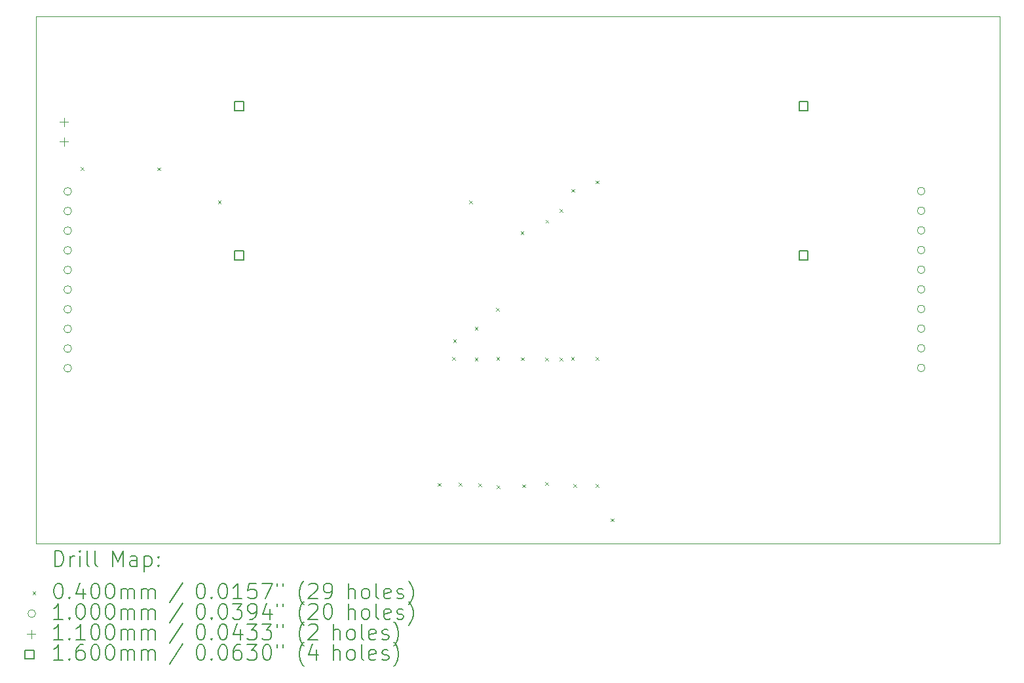
<source format=gbr>
%TF.GenerationSoftware,KiCad,Pcbnew,(7.0.0)*%
%TF.CreationDate,2023-03-03T13:32:32+01:00*%
%TF.ProjectId,Solar Cell offgrid Power,536f6c61-7220-4436-956c-6c206f666667,rev?*%
%TF.SameCoordinates,Original*%
%TF.FileFunction,Drillmap*%
%TF.FilePolarity,Positive*%
%FSLAX45Y45*%
G04 Gerber Fmt 4.5, Leading zero omitted, Abs format (unit mm)*
G04 Created by KiCad (PCBNEW (7.0.0)) date 2023-03-03 13:32:32*
%MOMM*%
%LPD*%
G01*
G04 APERTURE LIST*
%ADD10C,0.100000*%
%ADD11C,0.200000*%
%ADD12C,0.040000*%
%ADD13C,0.110000*%
%ADD14C,0.160000*%
G04 APERTURE END LIST*
D10*
X10919000Y-6569000D02*
X23371000Y-6569000D01*
X23371000Y-6569000D02*
X23371000Y-13378000D01*
X23371000Y-13378000D02*
X10919000Y-13378000D01*
X10919000Y-13378000D02*
X10919000Y-6569000D01*
D11*
D12*
X11497000Y-8515000D02*
X11537000Y-8555000D01*
X11537000Y-8515000D02*
X11497000Y-8555000D01*
X12489000Y-8518500D02*
X12529000Y-8558500D01*
X12529000Y-8518500D02*
X12489000Y-8558500D01*
X13270000Y-8948000D02*
X13310000Y-8988000D01*
X13310000Y-8948000D02*
X13270000Y-8988000D01*
X16114000Y-12600000D02*
X16154000Y-12640000D01*
X16154000Y-12600000D02*
X16114000Y-12640000D01*
X16299000Y-10970000D02*
X16339000Y-11010000D01*
X16339000Y-10970000D02*
X16299000Y-11010000D01*
X16309000Y-10742000D02*
X16349000Y-10782000D01*
X16349000Y-10742000D02*
X16309000Y-10782000D01*
X16381000Y-12595000D02*
X16421000Y-12635000D01*
X16421000Y-12595000D02*
X16381000Y-12635000D01*
X16518000Y-8948000D02*
X16558000Y-8988000D01*
X16558000Y-8948000D02*
X16518000Y-8988000D01*
X16589000Y-10578000D02*
X16629000Y-10618000D01*
X16629000Y-10578000D02*
X16589000Y-10618000D01*
X16589000Y-10981000D02*
X16629000Y-11021000D01*
X16629000Y-10981000D02*
X16589000Y-11021000D01*
X16636000Y-12605000D02*
X16676000Y-12645000D01*
X16676000Y-12605000D02*
X16636000Y-12645000D01*
X16866000Y-10333000D02*
X16906000Y-10373000D01*
X16906000Y-10333000D02*
X16866000Y-10373000D01*
X16868000Y-10971000D02*
X16908000Y-11011000D01*
X16908000Y-10971000D02*
X16868000Y-11011000D01*
X16871000Y-12632000D02*
X16911000Y-12672000D01*
X16911000Y-12632000D02*
X16871000Y-12672000D01*
X17183000Y-9347000D02*
X17223000Y-9387000D01*
X17223000Y-9347000D02*
X17183000Y-9387000D01*
X17187000Y-10973000D02*
X17227000Y-11013000D01*
X17227000Y-10973000D02*
X17187000Y-11013000D01*
X17205000Y-12616000D02*
X17245000Y-12656000D01*
X17245000Y-12616000D02*
X17205000Y-12656000D01*
X17502000Y-10979000D02*
X17542000Y-11019000D01*
X17542000Y-10979000D02*
X17502000Y-11019000D01*
X17502000Y-12587000D02*
X17542000Y-12627000D01*
X17542000Y-12587000D02*
X17502000Y-12627000D01*
X17503000Y-9195000D02*
X17543000Y-9235000D01*
X17543000Y-9195000D02*
X17503000Y-9235000D01*
X17687000Y-9057000D02*
X17727000Y-9097000D01*
X17727000Y-9057000D02*
X17687000Y-9097000D01*
X17688000Y-10980000D02*
X17728000Y-11020000D01*
X17728000Y-10980000D02*
X17688000Y-11020000D01*
X17834000Y-10971000D02*
X17874000Y-11011000D01*
X17874000Y-10971000D02*
X17834000Y-11011000D01*
X17836000Y-8799000D02*
X17876000Y-8839000D01*
X17876000Y-8799000D02*
X17836000Y-8839000D01*
X17865000Y-12614000D02*
X17905000Y-12654000D01*
X17905000Y-12614000D02*
X17865000Y-12654000D01*
X18149000Y-10968000D02*
X18189000Y-11008000D01*
X18189000Y-10968000D02*
X18149000Y-11008000D01*
X18152000Y-8687000D02*
X18192000Y-8727000D01*
X18192000Y-8687000D02*
X18152000Y-8727000D01*
X18152000Y-12613000D02*
X18192000Y-12653000D01*
X18192000Y-12613000D02*
X18152000Y-12653000D01*
X18349000Y-13057000D02*
X18389000Y-13097000D01*
X18389000Y-13057000D02*
X18349000Y-13097000D01*
D10*
X11379000Y-8829000D02*
G75*
G03*
X11379000Y-8829000I-50000J0D01*
G01*
X11379000Y-9083000D02*
G75*
G03*
X11379000Y-9083000I-50000J0D01*
G01*
X11379000Y-9337000D02*
G75*
G03*
X11379000Y-9337000I-50000J0D01*
G01*
X11379000Y-9591000D02*
G75*
G03*
X11379000Y-9591000I-50000J0D01*
G01*
X11379000Y-9845000D02*
G75*
G03*
X11379000Y-9845000I-50000J0D01*
G01*
X11379000Y-10099000D02*
G75*
G03*
X11379000Y-10099000I-50000J0D01*
G01*
X11379000Y-10353000D02*
G75*
G03*
X11379000Y-10353000I-50000J0D01*
G01*
X11379000Y-10607000D02*
G75*
G03*
X11379000Y-10607000I-50000J0D01*
G01*
X11379000Y-10861000D02*
G75*
G03*
X11379000Y-10861000I-50000J0D01*
G01*
X11379000Y-11115000D02*
G75*
G03*
X11379000Y-11115000I-50000J0D01*
G01*
X22408000Y-8825000D02*
G75*
G03*
X22408000Y-8825000I-50000J0D01*
G01*
X22408000Y-9079000D02*
G75*
G03*
X22408000Y-9079000I-50000J0D01*
G01*
X22408000Y-9333000D02*
G75*
G03*
X22408000Y-9333000I-50000J0D01*
G01*
X22408000Y-9587000D02*
G75*
G03*
X22408000Y-9587000I-50000J0D01*
G01*
X22408000Y-9841000D02*
G75*
G03*
X22408000Y-9841000I-50000J0D01*
G01*
X22408000Y-10095000D02*
G75*
G03*
X22408000Y-10095000I-50000J0D01*
G01*
X22408000Y-10349000D02*
G75*
G03*
X22408000Y-10349000I-50000J0D01*
G01*
X22408000Y-10603000D02*
G75*
G03*
X22408000Y-10603000I-50000J0D01*
G01*
X22408000Y-10857000D02*
G75*
G03*
X22408000Y-10857000I-50000J0D01*
G01*
X22408000Y-11111000D02*
G75*
G03*
X22408000Y-11111000I-50000J0D01*
G01*
D13*
X11283000Y-7878000D02*
X11283000Y-7988000D01*
X11228000Y-7933000D02*
X11338000Y-7933000D01*
X11283000Y-8132000D02*
X11283000Y-8242000D01*
X11228000Y-8187000D02*
X11338000Y-8187000D01*
D14*
X13602569Y-7783569D02*
X13602569Y-7670431D01*
X13489431Y-7670431D01*
X13489431Y-7783569D01*
X13602569Y-7783569D01*
X13602569Y-9713569D02*
X13602569Y-9600431D01*
X13489431Y-9600431D01*
X13489431Y-9713569D01*
X13602569Y-9713569D01*
X20892569Y-7783569D02*
X20892569Y-7670431D01*
X20779431Y-7670431D01*
X20779431Y-7783569D01*
X20892569Y-7783569D01*
X20892569Y-9713569D02*
X20892569Y-9600431D01*
X20779431Y-9600431D01*
X20779431Y-9713569D01*
X20892569Y-9713569D01*
D11*
X11161619Y-13676476D02*
X11161619Y-13476476D01*
X11161619Y-13476476D02*
X11209238Y-13476476D01*
X11209238Y-13476476D02*
X11237809Y-13486000D01*
X11237809Y-13486000D02*
X11256857Y-13505048D01*
X11256857Y-13505048D02*
X11266381Y-13524095D01*
X11266381Y-13524095D02*
X11275905Y-13562190D01*
X11275905Y-13562190D02*
X11275905Y-13590762D01*
X11275905Y-13590762D02*
X11266381Y-13628857D01*
X11266381Y-13628857D02*
X11256857Y-13647905D01*
X11256857Y-13647905D02*
X11237809Y-13666952D01*
X11237809Y-13666952D02*
X11209238Y-13676476D01*
X11209238Y-13676476D02*
X11161619Y-13676476D01*
X11361619Y-13676476D02*
X11361619Y-13543143D01*
X11361619Y-13581238D02*
X11371143Y-13562190D01*
X11371143Y-13562190D02*
X11380667Y-13552667D01*
X11380667Y-13552667D02*
X11399714Y-13543143D01*
X11399714Y-13543143D02*
X11418762Y-13543143D01*
X11485428Y-13676476D02*
X11485428Y-13543143D01*
X11485428Y-13476476D02*
X11475905Y-13486000D01*
X11475905Y-13486000D02*
X11485428Y-13495524D01*
X11485428Y-13495524D02*
X11494952Y-13486000D01*
X11494952Y-13486000D02*
X11485428Y-13476476D01*
X11485428Y-13476476D02*
X11485428Y-13495524D01*
X11609238Y-13676476D02*
X11590190Y-13666952D01*
X11590190Y-13666952D02*
X11580667Y-13647905D01*
X11580667Y-13647905D02*
X11580667Y-13476476D01*
X11714000Y-13676476D02*
X11694952Y-13666952D01*
X11694952Y-13666952D02*
X11685428Y-13647905D01*
X11685428Y-13647905D02*
X11685428Y-13476476D01*
X11910190Y-13676476D02*
X11910190Y-13476476D01*
X11910190Y-13476476D02*
X11976857Y-13619333D01*
X11976857Y-13619333D02*
X12043524Y-13476476D01*
X12043524Y-13476476D02*
X12043524Y-13676476D01*
X12224476Y-13676476D02*
X12224476Y-13571714D01*
X12224476Y-13571714D02*
X12214952Y-13552667D01*
X12214952Y-13552667D02*
X12195905Y-13543143D01*
X12195905Y-13543143D02*
X12157809Y-13543143D01*
X12157809Y-13543143D02*
X12138762Y-13552667D01*
X12224476Y-13666952D02*
X12205428Y-13676476D01*
X12205428Y-13676476D02*
X12157809Y-13676476D01*
X12157809Y-13676476D02*
X12138762Y-13666952D01*
X12138762Y-13666952D02*
X12129238Y-13647905D01*
X12129238Y-13647905D02*
X12129238Y-13628857D01*
X12129238Y-13628857D02*
X12138762Y-13609809D01*
X12138762Y-13609809D02*
X12157809Y-13600286D01*
X12157809Y-13600286D02*
X12205428Y-13600286D01*
X12205428Y-13600286D02*
X12224476Y-13590762D01*
X12319714Y-13543143D02*
X12319714Y-13743143D01*
X12319714Y-13552667D02*
X12338762Y-13543143D01*
X12338762Y-13543143D02*
X12376857Y-13543143D01*
X12376857Y-13543143D02*
X12395905Y-13552667D01*
X12395905Y-13552667D02*
X12405428Y-13562190D01*
X12405428Y-13562190D02*
X12414952Y-13581238D01*
X12414952Y-13581238D02*
X12414952Y-13638381D01*
X12414952Y-13638381D02*
X12405428Y-13657428D01*
X12405428Y-13657428D02*
X12395905Y-13666952D01*
X12395905Y-13666952D02*
X12376857Y-13676476D01*
X12376857Y-13676476D02*
X12338762Y-13676476D01*
X12338762Y-13676476D02*
X12319714Y-13666952D01*
X12500667Y-13657428D02*
X12510190Y-13666952D01*
X12510190Y-13666952D02*
X12500667Y-13676476D01*
X12500667Y-13676476D02*
X12491143Y-13666952D01*
X12491143Y-13666952D02*
X12500667Y-13657428D01*
X12500667Y-13657428D02*
X12500667Y-13676476D01*
X12500667Y-13552667D02*
X12510190Y-13562190D01*
X12510190Y-13562190D02*
X12500667Y-13571714D01*
X12500667Y-13571714D02*
X12491143Y-13562190D01*
X12491143Y-13562190D02*
X12500667Y-13552667D01*
X12500667Y-13552667D02*
X12500667Y-13571714D01*
D12*
X10874000Y-14003000D02*
X10914000Y-14043000D01*
X10914000Y-14003000D02*
X10874000Y-14043000D01*
D11*
X11199714Y-13896476D02*
X11218762Y-13896476D01*
X11218762Y-13896476D02*
X11237809Y-13906000D01*
X11237809Y-13906000D02*
X11247333Y-13915524D01*
X11247333Y-13915524D02*
X11256857Y-13934571D01*
X11256857Y-13934571D02*
X11266381Y-13972667D01*
X11266381Y-13972667D02*
X11266381Y-14020286D01*
X11266381Y-14020286D02*
X11256857Y-14058381D01*
X11256857Y-14058381D02*
X11247333Y-14077428D01*
X11247333Y-14077428D02*
X11237809Y-14086952D01*
X11237809Y-14086952D02*
X11218762Y-14096476D01*
X11218762Y-14096476D02*
X11199714Y-14096476D01*
X11199714Y-14096476D02*
X11180667Y-14086952D01*
X11180667Y-14086952D02*
X11171143Y-14077428D01*
X11171143Y-14077428D02*
X11161619Y-14058381D01*
X11161619Y-14058381D02*
X11152095Y-14020286D01*
X11152095Y-14020286D02*
X11152095Y-13972667D01*
X11152095Y-13972667D02*
X11161619Y-13934571D01*
X11161619Y-13934571D02*
X11171143Y-13915524D01*
X11171143Y-13915524D02*
X11180667Y-13906000D01*
X11180667Y-13906000D02*
X11199714Y-13896476D01*
X11352095Y-14077428D02*
X11361619Y-14086952D01*
X11361619Y-14086952D02*
X11352095Y-14096476D01*
X11352095Y-14096476D02*
X11342571Y-14086952D01*
X11342571Y-14086952D02*
X11352095Y-14077428D01*
X11352095Y-14077428D02*
X11352095Y-14096476D01*
X11533048Y-13963143D02*
X11533048Y-14096476D01*
X11485428Y-13886952D02*
X11437809Y-14029809D01*
X11437809Y-14029809D02*
X11561619Y-14029809D01*
X11675905Y-13896476D02*
X11694952Y-13896476D01*
X11694952Y-13896476D02*
X11714000Y-13906000D01*
X11714000Y-13906000D02*
X11723524Y-13915524D01*
X11723524Y-13915524D02*
X11733048Y-13934571D01*
X11733048Y-13934571D02*
X11742571Y-13972667D01*
X11742571Y-13972667D02*
X11742571Y-14020286D01*
X11742571Y-14020286D02*
X11733048Y-14058381D01*
X11733048Y-14058381D02*
X11723524Y-14077428D01*
X11723524Y-14077428D02*
X11714000Y-14086952D01*
X11714000Y-14086952D02*
X11694952Y-14096476D01*
X11694952Y-14096476D02*
X11675905Y-14096476D01*
X11675905Y-14096476D02*
X11656857Y-14086952D01*
X11656857Y-14086952D02*
X11647333Y-14077428D01*
X11647333Y-14077428D02*
X11637809Y-14058381D01*
X11637809Y-14058381D02*
X11628286Y-14020286D01*
X11628286Y-14020286D02*
X11628286Y-13972667D01*
X11628286Y-13972667D02*
X11637809Y-13934571D01*
X11637809Y-13934571D02*
X11647333Y-13915524D01*
X11647333Y-13915524D02*
X11656857Y-13906000D01*
X11656857Y-13906000D02*
X11675905Y-13896476D01*
X11866381Y-13896476D02*
X11885429Y-13896476D01*
X11885429Y-13896476D02*
X11904476Y-13906000D01*
X11904476Y-13906000D02*
X11914000Y-13915524D01*
X11914000Y-13915524D02*
X11923524Y-13934571D01*
X11923524Y-13934571D02*
X11933048Y-13972667D01*
X11933048Y-13972667D02*
X11933048Y-14020286D01*
X11933048Y-14020286D02*
X11923524Y-14058381D01*
X11923524Y-14058381D02*
X11914000Y-14077428D01*
X11914000Y-14077428D02*
X11904476Y-14086952D01*
X11904476Y-14086952D02*
X11885429Y-14096476D01*
X11885429Y-14096476D02*
X11866381Y-14096476D01*
X11866381Y-14096476D02*
X11847333Y-14086952D01*
X11847333Y-14086952D02*
X11837809Y-14077428D01*
X11837809Y-14077428D02*
X11828286Y-14058381D01*
X11828286Y-14058381D02*
X11818762Y-14020286D01*
X11818762Y-14020286D02*
X11818762Y-13972667D01*
X11818762Y-13972667D02*
X11828286Y-13934571D01*
X11828286Y-13934571D02*
X11837809Y-13915524D01*
X11837809Y-13915524D02*
X11847333Y-13906000D01*
X11847333Y-13906000D02*
X11866381Y-13896476D01*
X12018762Y-14096476D02*
X12018762Y-13963143D01*
X12018762Y-13982190D02*
X12028286Y-13972667D01*
X12028286Y-13972667D02*
X12047333Y-13963143D01*
X12047333Y-13963143D02*
X12075905Y-13963143D01*
X12075905Y-13963143D02*
X12094952Y-13972667D01*
X12094952Y-13972667D02*
X12104476Y-13991714D01*
X12104476Y-13991714D02*
X12104476Y-14096476D01*
X12104476Y-13991714D02*
X12114000Y-13972667D01*
X12114000Y-13972667D02*
X12133048Y-13963143D01*
X12133048Y-13963143D02*
X12161619Y-13963143D01*
X12161619Y-13963143D02*
X12180667Y-13972667D01*
X12180667Y-13972667D02*
X12190190Y-13991714D01*
X12190190Y-13991714D02*
X12190190Y-14096476D01*
X12285429Y-14096476D02*
X12285429Y-13963143D01*
X12285429Y-13982190D02*
X12294952Y-13972667D01*
X12294952Y-13972667D02*
X12314000Y-13963143D01*
X12314000Y-13963143D02*
X12342571Y-13963143D01*
X12342571Y-13963143D02*
X12361619Y-13972667D01*
X12361619Y-13972667D02*
X12371143Y-13991714D01*
X12371143Y-13991714D02*
X12371143Y-14096476D01*
X12371143Y-13991714D02*
X12380667Y-13972667D01*
X12380667Y-13972667D02*
X12399714Y-13963143D01*
X12399714Y-13963143D02*
X12428286Y-13963143D01*
X12428286Y-13963143D02*
X12447333Y-13972667D01*
X12447333Y-13972667D02*
X12456857Y-13991714D01*
X12456857Y-13991714D02*
X12456857Y-14096476D01*
X12814952Y-13886952D02*
X12643524Y-14144095D01*
X13039714Y-13896476D02*
X13058762Y-13896476D01*
X13058762Y-13896476D02*
X13077810Y-13906000D01*
X13077810Y-13906000D02*
X13087333Y-13915524D01*
X13087333Y-13915524D02*
X13096857Y-13934571D01*
X13096857Y-13934571D02*
X13106381Y-13972667D01*
X13106381Y-13972667D02*
X13106381Y-14020286D01*
X13106381Y-14020286D02*
X13096857Y-14058381D01*
X13096857Y-14058381D02*
X13087333Y-14077428D01*
X13087333Y-14077428D02*
X13077810Y-14086952D01*
X13077810Y-14086952D02*
X13058762Y-14096476D01*
X13058762Y-14096476D02*
X13039714Y-14096476D01*
X13039714Y-14096476D02*
X13020667Y-14086952D01*
X13020667Y-14086952D02*
X13011143Y-14077428D01*
X13011143Y-14077428D02*
X13001619Y-14058381D01*
X13001619Y-14058381D02*
X12992095Y-14020286D01*
X12992095Y-14020286D02*
X12992095Y-13972667D01*
X12992095Y-13972667D02*
X13001619Y-13934571D01*
X13001619Y-13934571D02*
X13011143Y-13915524D01*
X13011143Y-13915524D02*
X13020667Y-13906000D01*
X13020667Y-13906000D02*
X13039714Y-13896476D01*
X13192095Y-14077428D02*
X13201619Y-14086952D01*
X13201619Y-14086952D02*
X13192095Y-14096476D01*
X13192095Y-14096476D02*
X13182571Y-14086952D01*
X13182571Y-14086952D02*
X13192095Y-14077428D01*
X13192095Y-14077428D02*
X13192095Y-14096476D01*
X13325429Y-13896476D02*
X13344476Y-13896476D01*
X13344476Y-13896476D02*
X13363524Y-13906000D01*
X13363524Y-13906000D02*
X13373048Y-13915524D01*
X13373048Y-13915524D02*
X13382571Y-13934571D01*
X13382571Y-13934571D02*
X13392095Y-13972667D01*
X13392095Y-13972667D02*
X13392095Y-14020286D01*
X13392095Y-14020286D02*
X13382571Y-14058381D01*
X13382571Y-14058381D02*
X13373048Y-14077428D01*
X13373048Y-14077428D02*
X13363524Y-14086952D01*
X13363524Y-14086952D02*
X13344476Y-14096476D01*
X13344476Y-14096476D02*
X13325429Y-14096476D01*
X13325429Y-14096476D02*
X13306381Y-14086952D01*
X13306381Y-14086952D02*
X13296857Y-14077428D01*
X13296857Y-14077428D02*
X13287333Y-14058381D01*
X13287333Y-14058381D02*
X13277810Y-14020286D01*
X13277810Y-14020286D02*
X13277810Y-13972667D01*
X13277810Y-13972667D02*
X13287333Y-13934571D01*
X13287333Y-13934571D02*
X13296857Y-13915524D01*
X13296857Y-13915524D02*
X13306381Y-13906000D01*
X13306381Y-13906000D02*
X13325429Y-13896476D01*
X13582571Y-14096476D02*
X13468286Y-14096476D01*
X13525429Y-14096476D02*
X13525429Y-13896476D01*
X13525429Y-13896476D02*
X13506381Y-13925048D01*
X13506381Y-13925048D02*
X13487333Y-13944095D01*
X13487333Y-13944095D02*
X13468286Y-13953619D01*
X13763524Y-13896476D02*
X13668286Y-13896476D01*
X13668286Y-13896476D02*
X13658762Y-13991714D01*
X13658762Y-13991714D02*
X13668286Y-13982190D01*
X13668286Y-13982190D02*
X13687333Y-13972667D01*
X13687333Y-13972667D02*
X13734952Y-13972667D01*
X13734952Y-13972667D02*
X13754000Y-13982190D01*
X13754000Y-13982190D02*
X13763524Y-13991714D01*
X13763524Y-13991714D02*
X13773048Y-14010762D01*
X13773048Y-14010762D02*
X13773048Y-14058381D01*
X13773048Y-14058381D02*
X13763524Y-14077428D01*
X13763524Y-14077428D02*
X13754000Y-14086952D01*
X13754000Y-14086952D02*
X13734952Y-14096476D01*
X13734952Y-14096476D02*
X13687333Y-14096476D01*
X13687333Y-14096476D02*
X13668286Y-14086952D01*
X13668286Y-14086952D02*
X13658762Y-14077428D01*
X13839714Y-13896476D02*
X13973048Y-13896476D01*
X13973048Y-13896476D02*
X13887333Y-14096476D01*
X14039714Y-13896476D02*
X14039714Y-13934571D01*
X14115905Y-13896476D02*
X14115905Y-13934571D01*
X14378762Y-14172667D02*
X14369238Y-14163143D01*
X14369238Y-14163143D02*
X14350191Y-14134571D01*
X14350191Y-14134571D02*
X14340667Y-14115524D01*
X14340667Y-14115524D02*
X14331143Y-14086952D01*
X14331143Y-14086952D02*
X14321619Y-14039333D01*
X14321619Y-14039333D02*
X14321619Y-14001238D01*
X14321619Y-14001238D02*
X14331143Y-13953619D01*
X14331143Y-13953619D02*
X14340667Y-13925048D01*
X14340667Y-13925048D02*
X14350191Y-13906000D01*
X14350191Y-13906000D02*
X14369238Y-13877428D01*
X14369238Y-13877428D02*
X14378762Y-13867905D01*
X14445429Y-13915524D02*
X14454952Y-13906000D01*
X14454952Y-13906000D02*
X14474000Y-13896476D01*
X14474000Y-13896476D02*
X14521619Y-13896476D01*
X14521619Y-13896476D02*
X14540667Y-13906000D01*
X14540667Y-13906000D02*
X14550191Y-13915524D01*
X14550191Y-13915524D02*
X14559714Y-13934571D01*
X14559714Y-13934571D02*
X14559714Y-13953619D01*
X14559714Y-13953619D02*
X14550191Y-13982190D01*
X14550191Y-13982190D02*
X14435905Y-14096476D01*
X14435905Y-14096476D02*
X14559714Y-14096476D01*
X14654952Y-14096476D02*
X14693048Y-14096476D01*
X14693048Y-14096476D02*
X14712095Y-14086952D01*
X14712095Y-14086952D02*
X14721619Y-14077428D01*
X14721619Y-14077428D02*
X14740667Y-14048857D01*
X14740667Y-14048857D02*
X14750191Y-14010762D01*
X14750191Y-14010762D02*
X14750191Y-13934571D01*
X14750191Y-13934571D02*
X14740667Y-13915524D01*
X14740667Y-13915524D02*
X14731143Y-13906000D01*
X14731143Y-13906000D02*
X14712095Y-13896476D01*
X14712095Y-13896476D02*
X14674000Y-13896476D01*
X14674000Y-13896476D02*
X14654952Y-13906000D01*
X14654952Y-13906000D02*
X14645429Y-13915524D01*
X14645429Y-13915524D02*
X14635905Y-13934571D01*
X14635905Y-13934571D02*
X14635905Y-13982190D01*
X14635905Y-13982190D02*
X14645429Y-14001238D01*
X14645429Y-14001238D02*
X14654952Y-14010762D01*
X14654952Y-14010762D02*
X14674000Y-14020286D01*
X14674000Y-14020286D02*
X14712095Y-14020286D01*
X14712095Y-14020286D02*
X14731143Y-14010762D01*
X14731143Y-14010762D02*
X14740667Y-14001238D01*
X14740667Y-14001238D02*
X14750191Y-13982190D01*
X14955905Y-14096476D02*
X14955905Y-13896476D01*
X15041619Y-14096476D02*
X15041619Y-13991714D01*
X15041619Y-13991714D02*
X15032095Y-13972667D01*
X15032095Y-13972667D02*
X15013048Y-13963143D01*
X15013048Y-13963143D02*
X14984476Y-13963143D01*
X14984476Y-13963143D02*
X14965429Y-13972667D01*
X14965429Y-13972667D02*
X14955905Y-13982190D01*
X15165429Y-14096476D02*
X15146381Y-14086952D01*
X15146381Y-14086952D02*
X15136857Y-14077428D01*
X15136857Y-14077428D02*
X15127333Y-14058381D01*
X15127333Y-14058381D02*
X15127333Y-14001238D01*
X15127333Y-14001238D02*
X15136857Y-13982190D01*
X15136857Y-13982190D02*
X15146381Y-13972667D01*
X15146381Y-13972667D02*
X15165429Y-13963143D01*
X15165429Y-13963143D02*
X15194000Y-13963143D01*
X15194000Y-13963143D02*
X15213048Y-13972667D01*
X15213048Y-13972667D02*
X15222572Y-13982190D01*
X15222572Y-13982190D02*
X15232095Y-14001238D01*
X15232095Y-14001238D02*
X15232095Y-14058381D01*
X15232095Y-14058381D02*
X15222572Y-14077428D01*
X15222572Y-14077428D02*
X15213048Y-14086952D01*
X15213048Y-14086952D02*
X15194000Y-14096476D01*
X15194000Y-14096476D02*
X15165429Y-14096476D01*
X15346381Y-14096476D02*
X15327333Y-14086952D01*
X15327333Y-14086952D02*
X15317810Y-14067905D01*
X15317810Y-14067905D02*
X15317810Y-13896476D01*
X15498762Y-14086952D02*
X15479714Y-14096476D01*
X15479714Y-14096476D02*
X15441619Y-14096476D01*
X15441619Y-14096476D02*
X15422572Y-14086952D01*
X15422572Y-14086952D02*
X15413048Y-14067905D01*
X15413048Y-14067905D02*
X15413048Y-13991714D01*
X15413048Y-13991714D02*
X15422572Y-13972667D01*
X15422572Y-13972667D02*
X15441619Y-13963143D01*
X15441619Y-13963143D02*
X15479714Y-13963143D01*
X15479714Y-13963143D02*
X15498762Y-13972667D01*
X15498762Y-13972667D02*
X15508286Y-13991714D01*
X15508286Y-13991714D02*
X15508286Y-14010762D01*
X15508286Y-14010762D02*
X15413048Y-14029809D01*
X15584476Y-14086952D02*
X15603524Y-14096476D01*
X15603524Y-14096476D02*
X15641619Y-14096476D01*
X15641619Y-14096476D02*
X15660667Y-14086952D01*
X15660667Y-14086952D02*
X15670191Y-14067905D01*
X15670191Y-14067905D02*
X15670191Y-14058381D01*
X15670191Y-14058381D02*
X15660667Y-14039333D01*
X15660667Y-14039333D02*
X15641619Y-14029809D01*
X15641619Y-14029809D02*
X15613048Y-14029809D01*
X15613048Y-14029809D02*
X15594000Y-14020286D01*
X15594000Y-14020286D02*
X15584476Y-14001238D01*
X15584476Y-14001238D02*
X15584476Y-13991714D01*
X15584476Y-13991714D02*
X15594000Y-13972667D01*
X15594000Y-13972667D02*
X15613048Y-13963143D01*
X15613048Y-13963143D02*
X15641619Y-13963143D01*
X15641619Y-13963143D02*
X15660667Y-13972667D01*
X15736857Y-14172667D02*
X15746381Y-14163143D01*
X15746381Y-14163143D02*
X15765429Y-14134571D01*
X15765429Y-14134571D02*
X15774953Y-14115524D01*
X15774953Y-14115524D02*
X15784476Y-14086952D01*
X15784476Y-14086952D02*
X15794000Y-14039333D01*
X15794000Y-14039333D02*
X15794000Y-14001238D01*
X15794000Y-14001238D02*
X15784476Y-13953619D01*
X15784476Y-13953619D02*
X15774953Y-13925048D01*
X15774953Y-13925048D02*
X15765429Y-13906000D01*
X15765429Y-13906000D02*
X15746381Y-13877428D01*
X15746381Y-13877428D02*
X15736857Y-13867905D01*
D10*
X10914000Y-14287000D02*
G75*
G03*
X10914000Y-14287000I-50000J0D01*
G01*
D11*
X11266381Y-14360476D02*
X11152095Y-14360476D01*
X11209238Y-14360476D02*
X11209238Y-14160476D01*
X11209238Y-14160476D02*
X11190190Y-14189048D01*
X11190190Y-14189048D02*
X11171143Y-14208095D01*
X11171143Y-14208095D02*
X11152095Y-14217619D01*
X11352095Y-14341428D02*
X11361619Y-14350952D01*
X11361619Y-14350952D02*
X11352095Y-14360476D01*
X11352095Y-14360476D02*
X11342571Y-14350952D01*
X11342571Y-14350952D02*
X11352095Y-14341428D01*
X11352095Y-14341428D02*
X11352095Y-14360476D01*
X11485428Y-14160476D02*
X11504476Y-14160476D01*
X11504476Y-14160476D02*
X11523524Y-14170000D01*
X11523524Y-14170000D02*
X11533048Y-14179524D01*
X11533048Y-14179524D02*
X11542571Y-14198571D01*
X11542571Y-14198571D02*
X11552095Y-14236667D01*
X11552095Y-14236667D02*
X11552095Y-14284286D01*
X11552095Y-14284286D02*
X11542571Y-14322381D01*
X11542571Y-14322381D02*
X11533048Y-14341428D01*
X11533048Y-14341428D02*
X11523524Y-14350952D01*
X11523524Y-14350952D02*
X11504476Y-14360476D01*
X11504476Y-14360476D02*
X11485428Y-14360476D01*
X11485428Y-14360476D02*
X11466381Y-14350952D01*
X11466381Y-14350952D02*
X11456857Y-14341428D01*
X11456857Y-14341428D02*
X11447333Y-14322381D01*
X11447333Y-14322381D02*
X11437809Y-14284286D01*
X11437809Y-14284286D02*
X11437809Y-14236667D01*
X11437809Y-14236667D02*
X11447333Y-14198571D01*
X11447333Y-14198571D02*
X11456857Y-14179524D01*
X11456857Y-14179524D02*
X11466381Y-14170000D01*
X11466381Y-14170000D02*
X11485428Y-14160476D01*
X11675905Y-14160476D02*
X11694952Y-14160476D01*
X11694952Y-14160476D02*
X11714000Y-14170000D01*
X11714000Y-14170000D02*
X11723524Y-14179524D01*
X11723524Y-14179524D02*
X11733048Y-14198571D01*
X11733048Y-14198571D02*
X11742571Y-14236667D01*
X11742571Y-14236667D02*
X11742571Y-14284286D01*
X11742571Y-14284286D02*
X11733048Y-14322381D01*
X11733048Y-14322381D02*
X11723524Y-14341428D01*
X11723524Y-14341428D02*
X11714000Y-14350952D01*
X11714000Y-14350952D02*
X11694952Y-14360476D01*
X11694952Y-14360476D02*
X11675905Y-14360476D01*
X11675905Y-14360476D02*
X11656857Y-14350952D01*
X11656857Y-14350952D02*
X11647333Y-14341428D01*
X11647333Y-14341428D02*
X11637809Y-14322381D01*
X11637809Y-14322381D02*
X11628286Y-14284286D01*
X11628286Y-14284286D02*
X11628286Y-14236667D01*
X11628286Y-14236667D02*
X11637809Y-14198571D01*
X11637809Y-14198571D02*
X11647333Y-14179524D01*
X11647333Y-14179524D02*
X11656857Y-14170000D01*
X11656857Y-14170000D02*
X11675905Y-14160476D01*
X11866381Y-14160476D02*
X11885429Y-14160476D01*
X11885429Y-14160476D02*
X11904476Y-14170000D01*
X11904476Y-14170000D02*
X11914000Y-14179524D01*
X11914000Y-14179524D02*
X11923524Y-14198571D01*
X11923524Y-14198571D02*
X11933048Y-14236667D01*
X11933048Y-14236667D02*
X11933048Y-14284286D01*
X11933048Y-14284286D02*
X11923524Y-14322381D01*
X11923524Y-14322381D02*
X11914000Y-14341428D01*
X11914000Y-14341428D02*
X11904476Y-14350952D01*
X11904476Y-14350952D02*
X11885429Y-14360476D01*
X11885429Y-14360476D02*
X11866381Y-14360476D01*
X11866381Y-14360476D02*
X11847333Y-14350952D01*
X11847333Y-14350952D02*
X11837809Y-14341428D01*
X11837809Y-14341428D02*
X11828286Y-14322381D01*
X11828286Y-14322381D02*
X11818762Y-14284286D01*
X11818762Y-14284286D02*
X11818762Y-14236667D01*
X11818762Y-14236667D02*
X11828286Y-14198571D01*
X11828286Y-14198571D02*
X11837809Y-14179524D01*
X11837809Y-14179524D02*
X11847333Y-14170000D01*
X11847333Y-14170000D02*
X11866381Y-14160476D01*
X12018762Y-14360476D02*
X12018762Y-14227143D01*
X12018762Y-14246190D02*
X12028286Y-14236667D01*
X12028286Y-14236667D02*
X12047333Y-14227143D01*
X12047333Y-14227143D02*
X12075905Y-14227143D01*
X12075905Y-14227143D02*
X12094952Y-14236667D01*
X12094952Y-14236667D02*
X12104476Y-14255714D01*
X12104476Y-14255714D02*
X12104476Y-14360476D01*
X12104476Y-14255714D02*
X12114000Y-14236667D01*
X12114000Y-14236667D02*
X12133048Y-14227143D01*
X12133048Y-14227143D02*
X12161619Y-14227143D01*
X12161619Y-14227143D02*
X12180667Y-14236667D01*
X12180667Y-14236667D02*
X12190190Y-14255714D01*
X12190190Y-14255714D02*
X12190190Y-14360476D01*
X12285429Y-14360476D02*
X12285429Y-14227143D01*
X12285429Y-14246190D02*
X12294952Y-14236667D01*
X12294952Y-14236667D02*
X12314000Y-14227143D01*
X12314000Y-14227143D02*
X12342571Y-14227143D01*
X12342571Y-14227143D02*
X12361619Y-14236667D01*
X12361619Y-14236667D02*
X12371143Y-14255714D01*
X12371143Y-14255714D02*
X12371143Y-14360476D01*
X12371143Y-14255714D02*
X12380667Y-14236667D01*
X12380667Y-14236667D02*
X12399714Y-14227143D01*
X12399714Y-14227143D02*
X12428286Y-14227143D01*
X12428286Y-14227143D02*
X12447333Y-14236667D01*
X12447333Y-14236667D02*
X12456857Y-14255714D01*
X12456857Y-14255714D02*
X12456857Y-14360476D01*
X12814952Y-14150952D02*
X12643524Y-14408095D01*
X13039714Y-14160476D02*
X13058762Y-14160476D01*
X13058762Y-14160476D02*
X13077810Y-14170000D01*
X13077810Y-14170000D02*
X13087333Y-14179524D01*
X13087333Y-14179524D02*
X13096857Y-14198571D01*
X13096857Y-14198571D02*
X13106381Y-14236667D01*
X13106381Y-14236667D02*
X13106381Y-14284286D01*
X13106381Y-14284286D02*
X13096857Y-14322381D01*
X13096857Y-14322381D02*
X13087333Y-14341428D01*
X13087333Y-14341428D02*
X13077810Y-14350952D01*
X13077810Y-14350952D02*
X13058762Y-14360476D01*
X13058762Y-14360476D02*
X13039714Y-14360476D01*
X13039714Y-14360476D02*
X13020667Y-14350952D01*
X13020667Y-14350952D02*
X13011143Y-14341428D01*
X13011143Y-14341428D02*
X13001619Y-14322381D01*
X13001619Y-14322381D02*
X12992095Y-14284286D01*
X12992095Y-14284286D02*
X12992095Y-14236667D01*
X12992095Y-14236667D02*
X13001619Y-14198571D01*
X13001619Y-14198571D02*
X13011143Y-14179524D01*
X13011143Y-14179524D02*
X13020667Y-14170000D01*
X13020667Y-14170000D02*
X13039714Y-14160476D01*
X13192095Y-14341428D02*
X13201619Y-14350952D01*
X13201619Y-14350952D02*
X13192095Y-14360476D01*
X13192095Y-14360476D02*
X13182571Y-14350952D01*
X13182571Y-14350952D02*
X13192095Y-14341428D01*
X13192095Y-14341428D02*
X13192095Y-14360476D01*
X13325429Y-14160476D02*
X13344476Y-14160476D01*
X13344476Y-14160476D02*
X13363524Y-14170000D01*
X13363524Y-14170000D02*
X13373048Y-14179524D01*
X13373048Y-14179524D02*
X13382571Y-14198571D01*
X13382571Y-14198571D02*
X13392095Y-14236667D01*
X13392095Y-14236667D02*
X13392095Y-14284286D01*
X13392095Y-14284286D02*
X13382571Y-14322381D01*
X13382571Y-14322381D02*
X13373048Y-14341428D01*
X13373048Y-14341428D02*
X13363524Y-14350952D01*
X13363524Y-14350952D02*
X13344476Y-14360476D01*
X13344476Y-14360476D02*
X13325429Y-14360476D01*
X13325429Y-14360476D02*
X13306381Y-14350952D01*
X13306381Y-14350952D02*
X13296857Y-14341428D01*
X13296857Y-14341428D02*
X13287333Y-14322381D01*
X13287333Y-14322381D02*
X13277810Y-14284286D01*
X13277810Y-14284286D02*
X13277810Y-14236667D01*
X13277810Y-14236667D02*
X13287333Y-14198571D01*
X13287333Y-14198571D02*
X13296857Y-14179524D01*
X13296857Y-14179524D02*
X13306381Y-14170000D01*
X13306381Y-14170000D02*
X13325429Y-14160476D01*
X13458762Y-14160476D02*
X13582571Y-14160476D01*
X13582571Y-14160476D02*
X13515905Y-14236667D01*
X13515905Y-14236667D02*
X13544476Y-14236667D01*
X13544476Y-14236667D02*
X13563524Y-14246190D01*
X13563524Y-14246190D02*
X13573048Y-14255714D01*
X13573048Y-14255714D02*
X13582571Y-14274762D01*
X13582571Y-14274762D02*
X13582571Y-14322381D01*
X13582571Y-14322381D02*
X13573048Y-14341428D01*
X13573048Y-14341428D02*
X13563524Y-14350952D01*
X13563524Y-14350952D02*
X13544476Y-14360476D01*
X13544476Y-14360476D02*
X13487333Y-14360476D01*
X13487333Y-14360476D02*
X13468286Y-14350952D01*
X13468286Y-14350952D02*
X13458762Y-14341428D01*
X13677810Y-14360476D02*
X13715905Y-14360476D01*
X13715905Y-14360476D02*
X13734952Y-14350952D01*
X13734952Y-14350952D02*
X13744476Y-14341428D01*
X13744476Y-14341428D02*
X13763524Y-14312857D01*
X13763524Y-14312857D02*
X13773048Y-14274762D01*
X13773048Y-14274762D02*
X13773048Y-14198571D01*
X13773048Y-14198571D02*
X13763524Y-14179524D01*
X13763524Y-14179524D02*
X13754000Y-14170000D01*
X13754000Y-14170000D02*
X13734952Y-14160476D01*
X13734952Y-14160476D02*
X13696857Y-14160476D01*
X13696857Y-14160476D02*
X13677810Y-14170000D01*
X13677810Y-14170000D02*
X13668286Y-14179524D01*
X13668286Y-14179524D02*
X13658762Y-14198571D01*
X13658762Y-14198571D02*
X13658762Y-14246190D01*
X13658762Y-14246190D02*
X13668286Y-14265238D01*
X13668286Y-14265238D02*
X13677810Y-14274762D01*
X13677810Y-14274762D02*
X13696857Y-14284286D01*
X13696857Y-14284286D02*
X13734952Y-14284286D01*
X13734952Y-14284286D02*
X13754000Y-14274762D01*
X13754000Y-14274762D02*
X13763524Y-14265238D01*
X13763524Y-14265238D02*
X13773048Y-14246190D01*
X13944476Y-14227143D02*
X13944476Y-14360476D01*
X13896857Y-14150952D02*
X13849238Y-14293809D01*
X13849238Y-14293809D02*
X13973048Y-14293809D01*
X14039714Y-14160476D02*
X14039714Y-14198571D01*
X14115905Y-14160476D02*
X14115905Y-14198571D01*
X14378762Y-14436667D02*
X14369238Y-14427143D01*
X14369238Y-14427143D02*
X14350191Y-14398571D01*
X14350191Y-14398571D02*
X14340667Y-14379524D01*
X14340667Y-14379524D02*
X14331143Y-14350952D01*
X14331143Y-14350952D02*
X14321619Y-14303333D01*
X14321619Y-14303333D02*
X14321619Y-14265238D01*
X14321619Y-14265238D02*
X14331143Y-14217619D01*
X14331143Y-14217619D02*
X14340667Y-14189048D01*
X14340667Y-14189048D02*
X14350191Y-14170000D01*
X14350191Y-14170000D02*
X14369238Y-14141428D01*
X14369238Y-14141428D02*
X14378762Y-14131905D01*
X14445429Y-14179524D02*
X14454952Y-14170000D01*
X14454952Y-14170000D02*
X14474000Y-14160476D01*
X14474000Y-14160476D02*
X14521619Y-14160476D01*
X14521619Y-14160476D02*
X14540667Y-14170000D01*
X14540667Y-14170000D02*
X14550191Y-14179524D01*
X14550191Y-14179524D02*
X14559714Y-14198571D01*
X14559714Y-14198571D02*
X14559714Y-14217619D01*
X14559714Y-14217619D02*
X14550191Y-14246190D01*
X14550191Y-14246190D02*
X14435905Y-14360476D01*
X14435905Y-14360476D02*
X14559714Y-14360476D01*
X14683524Y-14160476D02*
X14702572Y-14160476D01*
X14702572Y-14160476D02*
X14721619Y-14170000D01*
X14721619Y-14170000D02*
X14731143Y-14179524D01*
X14731143Y-14179524D02*
X14740667Y-14198571D01*
X14740667Y-14198571D02*
X14750191Y-14236667D01*
X14750191Y-14236667D02*
X14750191Y-14284286D01*
X14750191Y-14284286D02*
X14740667Y-14322381D01*
X14740667Y-14322381D02*
X14731143Y-14341428D01*
X14731143Y-14341428D02*
X14721619Y-14350952D01*
X14721619Y-14350952D02*
X14702572Y-14360476D01*
X14702572Y-14360476D02*
X14683524Y-14360476D01*
X14683524Y-14360476D02*
X14664476Y-14350952D01*
X14664476Y-14350952D02*
X14654952Y-14341428D01*
X14654952Y-14341428D02*
X14645429Y-14322381D01*
X14645429Y-14322381D02*
X14635905Y-14284286D01*
X14635905Y-14284286D02*
X14635905Y-14236667D01*
X14635905Y-14236667D02*
X14645429Y-14198571D01*
X14645429Y-14198571D02*
X14654952Y-14179524D01*
X14654952Y-14179524D02*
X14664476Y-14170000D01*
X14664476Y-14170000D02*
X14683524Y-14160476D01*
X14955905Y-14360476D02*
X14955905Y-14160476D01*
X15041619Y-14360476D02*
X15041619Y-14255714D01*
X15041619Y-14255714D02*
X15032095Y-14236667D01*
X15032095Y-14236667D02*
X15013048Y-14227143D01*
X15013048Y-14227143D02*
X14984476Y-14227143D01*
X14984476Y-14227143D02*
X14965429Y-14236667D01*
X14965429Y-14236667D02*
X14955905Y-14246190D01*
X15165429Y-14360476D02*
X15146381Y-14350952D01*
X15146381Y-14350952D02*
X15136857Y-14341428D01*
X15136857Y-14341428D02*
X15127333Y-14322381D01*
X15127333Y-14322381D02*
X15127333Y-14265238D01*
X15127333Y-14265238D02*
X15136857Y-14246190D01*
X15136857Y-14246190D02*
X15146381Y-14236667D01*
X15146381Y-14236667D02*
X15165429Y-14227143D01*
X15165429Y-14227143D02*
X15194000Y-14227143D01*
X15194000Y-14227143D02*
X15213048Y-14236667D01*
X15213048Y-14236667D02*
X15222572Y-14246190D01*
X15222572Y-14246190D02*
X15232095Y-14265238D01*
X15232095Y-14265238D02*
X15232095Y-14322381D01*
X15232095Y-14322381D02*
X15222572Y-14341428D01*
X15222572Y-14341428D02*
X15213048Y-14350952D01*
X15213048Y-14350952D02*
X15194000Y-14360476D01*
X15194000Y-14360476D02*
X15165429Y-14360476D01*
X15346381Y-14360476D02*
X15327333Y-14350952D01*
X15327333Y-14350952D02*
X15317810Y-14331905D01*
X15317810Y-14331905D02*
X15317810Y-14160476D01*
X15498762Y-14350952D02*
X15479714Y-14360476D01*
X15479714Y-14360476D02*
X15441619Y-14360476D01*
X15441619Y-14360476D02*
X15422572Y-14350952D01*
X15422572Y-14350952D02*
X15413048Y-14331905D01*
X15413048Y-14331905D02*
X15413048Y-14255714D01*
X15413048Y-14255714D02*
X15422572Y-14236667D01*
X15422572Y-14236667D02*
X15441619Y-14227143D01*
X15441619Y-14227143D02*
X15479714Y-14227143D01*
X15479714Y-14227143D02*
X15498762Y-14236667D01*
X15498762Y-14236667D02*
X15508286Y-14255714D01*
X15508286Y-14255714D02*
X15508286Y-14274762D01*
X15508286Y-14274762D02*
X15413048Y-14293809D01*
X15584476Y-14350952D02*
X15603524Y-14360476D01*
X15603524Y-14360476D02*
X15641619Y-14360476D01*
X15641619Y-14360476D02*
X15660667Y-14350952D01*
X15660667Y-14350952D02*
X15670191Y-14331905D01*
X15670191Y-14331905D02*
X15670191Y-14322381D01*
X15670191Y-14322381D02*
X15660667Y-14303333D01*
X15660667Y-14303333D02*
X15641619Y-14293809D01*
X15641619Y-14293809D02*
X15613048Y-14293809D01*
X15613048Y-14293809D02*
X15594000Y-14284286D01*
X15594000Y-14284286D02*
X15584476Y-14265238D01*
X15584476Y-14265238D02*
X15584476Y-14255714D01*
X15584476Y-14255714D02*
X15594000Y-14236667D01*
X15594000Y-14236667D02*
X15613048Y-14227143D01*
X15613048Y-14227143D02*
X15641619Y-14227143D01*
X15641619Y-14227143D02*
X15660667Y-14236667D01*
X15736857Y-14436667D02*
X15746381Y-14427143D01*
X15746381Y-14427143D02*
X15765429Y-14398571D01*
X15765429Y-14398571D02*
X15774953Y-14379524D01*
X15774953Y-14379524D02*
X15784476Y-14350952D01*
X15784476Y-14350952D02*
X15794000Y-14303333D01*
X15794000Y-14303333D02*
X15794000Y-14265238D01*
X15794000Y-14265238D02*
X15784476Y-14217619D01*
X15784476Y-14217619D02*
X15774953Y-14189048D01*
X15774953Y-14189048D02*
X15765429Y-14170000D01*
X15765429Y-14170000D02*
X15746381Y-14141428D01*
X15746381Y-14141428D02*
X15736857Y-14131905D01*
D13*
X10859000Y-14496000D02*
X10859000Y-14606000D01*
X10804000Y-14551000D02*
X10914000Y-14551000D01*
D11*
X11266381Y-14624476D02*
X11152095Y-14624476D01*
X11209238Y-14624476D02*
X11209238Y-14424476D01*
X11209238Y-14424476D02*
X11190190Y-14453048D01*
X11190190Y-14453048D02*
X11171143Y-14472095D01*
X11171143Y-14472095D02*
X11152095Y-14481619D01*
X11352095Y-14605428D02*
X11361619Y-14614952D01*
X11361619Y-14614952D02*
X11352095Y-14624476D01*
X11352095Y-14624476D02*
X11342571Y-14614952D01*
X11342571Y-14614952D02*
X11352095Y-14605428D01*
X11352095Y-14605428D02*
X11352095Y-14624476D01*
X11552095Y-14624476D02*
X11437809Y-14624476D01*
X11494952Y-14624476D02*
X11494952Y-14424476D01*
X11494952Y-14424476D02*
X11475905Y-14453048D01*
X11475905Y-14453048D02*
X11456857Y-14472095D01*
X11456857Y-14472095D02*
X11437809Y-14481619D01*
X11675905Y-14424476D02*
X11694952Y-14424476D01*
X11694952Y-14424476D02*
X11714000Y-14434000D01*
X11714000Y-14434000D02*
X11723524Y-14443524D01*
X11723524Y-14443524D02*
X11733048Y-14462571D01*
X11733048Y-14462571D02*
X11742571Y-14500667D01*
X11742571Y-14500667D02*
X11742571Y-14548286D01*
X11742571Y-14548286D02*
X11733048Y-14586381D01*
X11733048Y-14586381D02*
X11723524Y-14605428D01*
X11723524Y-14605428D02*
X11714000Y-14614952D01*
X11714000Y-14614952D02*
X11694952Y-14624476D01*
X11694952Y-14624476D02*
X11675905Y-14624476D01*
X11675905Y-14624476D02*
X11656857Y-14614952D01*
X11656857Y-14614952D02*
X11647333Y-14605428D01*
X11647333Y-14605428D02*
X11637809Y-14586381D01*
X11637809Y-14586381D02*
X11628286Y-14548286D01*
X11628286Y-14548286D02*
X11628286Y-14500667D01*
X11628286Y-14500667D02*
X11637809Y-14462571D01*
X11637809Y-14462571D02*
X11647333Y-14443524D01*
X11647333Y-14443524D02*
X11656857Y-14434000D01*
X11656857Y-14434000D02*
X11675905Y-14424476D01*
X11866381Y-14424476D02*
X11885429Y-14424476D01*
X11885429Y-14424476D02*
X11904476Y-14434000D01*
X11904476Y-14434000D02*
X11914000Y-14443524D01*
X11914000Y-14443524D02*
X11923524Y-14462571D01*
X11923524Y-14462571D02*
X11933048Y-14500667D01*
X11933048Y-14500667D02*
X11933048Y-14548286D01*
X11933048Y-14548286D02*
X11923524Y-14586381D01*
X11923524Y-14586381D02*
X11914000Y-14605428D01*
X11914000Y-14605428D02*
X11904476Y-14614952D01*
X11904476Y-14614952D02*
X11885429Y-14624476D01*
X11885429Y-14624476D02*
X11866381Y-14624476D01*
X11866381Y-14624476D02*
X11847333Y-14614952D01*
X11847333Y-14614952D02*
X11837809Y-14605428D01*
X11837809Y-14605428D02*
X11828286Y-14586381D01*
X11828286Y-14586381D02*
X11818762Y-14548286D01*
X11818762Y-14548286D02*
X11818762Y-14500667D01*
X11818762Y-14500667D02*
X11828286Y-14462571D01*
X11828286Y-14462571D02*
X11837809Y-14443524D01*
X11837809Y-14443524D02*
X11847333Y-14434000D01*
X11847333Y-14434000D02*
X11866381Y-14424476D01*
X12018762Y-14624476D02*
X12018762Y-14491143D01*
X12018762Y-14510190D02*
X12028286Y-14500667D01*
X12028286Y-14500667D02*
X12047333Y-14491143D01*
X12047333Y-14491143D02*
X12075905Y-14491143D01*
X12075905Y-14491143D02*
X12094952Y-14500667D01*
X12094952Y-14500667D02*
X12104476Y-14519714D01*
X12104476Y-14519714D02*
X12104476Y-14624476D01*
X12104476Y-14519714D02*
X12114000Y-14500667D01*
X12114000Y-14500667D02*
X12133048Y-14491143D01*
X12133048Y-14491143D02*
X12161619Y-14491143D01*
X12161619Y-14491143D02*
X12180667Y-14500667D01*
X12180667Y-14500667D02*
X12190190Y-14519714D01*
X12190190Y-14519714D02*
X12190190Y-14624476D01*
X12285429Y-14624476D02*
X12285429Y-14491143D01*
X12285429Y-14510190D02*
X12294952Y-14500667D01*
X12294952Y-14500667D02*
X12314000Y-14491143D01*
X12314000Y-14491143D02*
X12342571Y-14491143D01*
X12342571Y-14491143D02*
X12361619Y-14500667D01*
X12361619Y-14500667D02*
X12371143Y-14519714D01*
X12371143Y-14519714D02*
X12371143Y-14624476D01*
X12371143Y-14519714D02*
X12380667Y-14500667D01*
X12380667Y-14500667D02*
X12399714Y-14491143D01*
X12399714Y-14491143D02*
X12428286Y-14491143D01*
X12428286Y-14491143D02*
X12447333Y-14500667D01*
X12447333Y-14500667D02*
X12456857Y-14519714D01*
X12456857Y-14519714D02*
X12456857Y-14624476D01*
X12814952Y-14414952D02*
X12643524Y-14672095D01*
X13039714Y-14424476D02*
X13058762Y-14424476D01*
X13058762Y-14424476D02*
X13077810Y-14434000D01*
X13077810Y-14434000D02*
X13087333Y-14443524D01*
X13087333Y-14443524D02*
X13096857Y-14462571D01*
X13096857Y-14462571D02*
X13106381Y-14500667D01*
X13106381Y-14500667D02*
X13106381Y-14548286D01*
X13106381Y-14548286D02*
X13096857Y-14586381D01*
X13096857Y-14586381D02*
X13087333Y-14605428D01*
X13087333Y-14605428D02*
X13077810Y-14614952D01*
X13077810Y-14614952D02*
X13058762Y-14624476D01*
X13058762Y-14624476D02*
X13039714Y-14624476D01*
X13039714Y-14624476D02*
X13020667Y-14614952D01*
X13020667Y-14614952D02*
X13011143Y-14605428D01*
X13011143Y-14605428D02*
X13001619Y-14586381D01*
X13001619Y-14586381D02*
X12992095Y-14548286D01*
X12992095Y-14548286D02*
X12992095Y-14500667D01*
X12992095Y-14500667D02*
X13001619Y-14462571D01*
X13001619Y-14462571D02*
X13011143Y-14443524D01*
X13011143Y-14443524D02*
X13020667Y-14434000D01*
X13020667Y-14434000D02*
X13039714Y-14424476D01*
X13192095Y-14605428D02*
X13201619Y-14614952D01*
X13201619Y-14614952D02*
X13192095Y-14624476D01*
X13192095Y-14624476D02*
X13182571Y-14614952D01*
X13182571Y-14614952D02*
X13192095Y-14605428D01*
X13192095Y-14605428D02*
X13192095Y-14624476D01*
X13325429Y-14424476D02*
X13344476Y-14424476D01*
X13344476Y-14424476D02*
X13363524Y-14434000D01*
X13363524Y-14434000D02*
X13373048Y-14443524D01*
X13373048Y-14443524D02*
X13382571Y-14462571D01*
X13382571Y-14462571D02*
X13392095Y-14500667D01*
X13392095Y-14500667D02*
X13392095Y-14548286D01*
X13392095Y-14548286D02*
X13382571Y-14586381D01*
X13382571Y-14586381D02*
X13373048Y-14605428D01*
X13373048Y-14605428D02*
X13363524Y-14614952D01*
X13363524Y-14614952D02*
X13344476Y-14624476D01*
X13344476Y-14624476D02*
X13325429Y-14624476D01*
X13325429Y-14624476D02*
X13306381Y-14614952D01*
X13306381Y-14614952D02*
X13296857Y-14605428D01*
X13296857Y-14605428D02*
X13287333Y-14586381D01*
X13287333Y-14586381D02*
X13277810Y-14548286D01*
X13277810Y-14548286D02*
X13277810Y-14500667D01*
X13277810Y-14500667D02*
X13287333Y-14462571D01*
X13287333Y-14462571D02*
X13296857Y-14443524D01*
X13296857Y-14443524D02*
X13306381Y-14434000D01*
X13306381Y-14434000D02*
X13325429Y-14424476D01*
X13563524Y-14491143D02*
X13563524Y-14624476D01*
X13515905Y-14414952D02*
X13468286Y-14557809D01*
X13468286Y-14557809D02*
X13592095Y-14557809D01*
X13649238Y-14424476D02*
X13773048Y-14424476D01*
X13773048Y-14424476D02*
X13706381Y-14500667D01*
X13706381Y-14500667D02*
X13734952Y-14500667D01*
X13734952Y-14500667D02*
X13754000Y-14510190D01*
X13754000Y-14510190D02*
X13763524Y-14519714D01*
X13763524Y-14519714D02*
X13773048Y-14538762D01*
X13773048Y-14538762D02*
X13773048Y-14586381D01*
X13773048Y-14586381D02*
X13763524Y-14605428D01*
X13763524Y-14605428D02*
X13754000Y-14614952D01*
X13754000Y-14614952D02*
X13734952Y-14624476D01*
X13734952Y-14624476D02*
X13677810Y-14624476D01*
X13677810Y-14624476D02*
X13658762Y-14614952D01*
X13658762Y-14614952D02*
X13649238Y-14605428D01*
X13839714Y-14424476D02*
X13963524Y-14424476D01*
X13963524Y-14424476D02*
X13896857Y-14500667D01*
X13896857Y-14500667D02*
X13925429Y-14500667D01*
X13925429Y-14500667D02*
X13944476Y-14510190D01*
X13944476Y-14510190D02*
X13954000Y-14519714D01*
X13954000Y-14519714D02*
X13963524Y-14538762D01*
X13963524Y-14538762D02*
X13963524Y-14586381D01*
X13963524Y-14586381D02*
X13954000Y-14605428D01*
X13954000Y-14605428D02*
X13944476Y-14614952D01*
X13944476Y-14614952D02*
X13925429Y-14624476D01*
X13925429Y-14624476D02*
X13868286Y-14624476D01*
X13868286Y-14624476D02*
X13849238Y-14614952D01*
X13849238Y-14614952D02*
X13839714Y-14605428D01*
X14039714Y-14424476D02*
X14039714Y-14462571D01*
X14115905Y-14424476D02*
X14115905Y-14462571D01*
X14378762Y-14700667D02*
X14369238Y-14691143D01*
X14369238Y-14691143D02*
X14350191Y-14662571D01*
X14350191Y-14662571D02*
X14340667Y-14643524D01*
X14340667Y-14643524D02*
X14331143Y-14614952D01*
X14331143Y-14614952D02*
X14321619Y-14567333D01*
X14321619Y-14567333D02*
X14321619Y-14529238D01*
X14321619Y-14529238D02*
X14331143Y-14481619D01*
X14331143Y-14481619D02*
X14340667Y-14453048D01*
X14340667Y-14453048D02*
X14350191Y-14434000D01*
X14350191Y-14434000D02*
X14369238Y-14405428D01*
X14369238Y-14405428D02*
X14378762Y-14395905D01*
X14445429Y-14443524D02*
X14454952Y-14434000D01*
X14454952Y-14434000D02*
X14474000Y-14424476D01*
X14474000Y-14424476D02*
X14521619Y-14424476D01*
X14521619Y-14424476D02*
X14540667Y-14434000D01*
X14540667Y-14434000D02*
X14550191Y-14443524D01*
X14550191Y-14443524D02*
X14559714Y-14462571D01*
X14559714Y-14462571D02*
X14559714Y-14481619D01*
X14559714Y-14481619D02*
X14550191Y-14510190D01*
X14550191Y-14510190D02*
X14435905Y-14624476D01*
X14435905Y-14624476D02*
X14559714Y-14624476D01*
X14765429Y-14624476D02*
X14765429Y-14424476D01*
X14851143Y-14624476D02*
X14851143Y-14519714D01*
X14851143Y-14519714D02*
X14841619Y-14500667D01*
X14841619Y-14500667D02*
X14822572Y-14491143D01*
X14822572Y-14491143D02*
X14794000Y-14491143D01*
X14794000Y-14491143D02*
X14774952Y-14500667D01*
X14774952Y-14500667D02*
X14765429Y-14510190D01*
X14974952Y-14624476D02*
X14955905Y-14614952D01*
X14955905Y-14614952D02*
X14946381Y-14605428D01*
X14946381Y-14605428D02*
X14936857Y-14586381D01*
X14936857Y-14586381D02*
X14936857Y-14529238D01*
X14936857Y-14529238D02*
X14946381Y-14510190D01*
X14946381Y-14510190D02*
X14955905Y-14500667D01*
X14955905Y-14500667D02*
X14974952Y-14491143D01*
X14974952Y-14491143D02*
X15003524Y-14491143D01*
X15003524Y-14491143D02*
X15022572Y-14500667D01*
X15022572Y-14500667D02*
X15032095Y-14510190D01*
X15032095Y-14510190D02*
X15041619Y-14529238D01*
X15041619Y-14529238D02*
X15041619Y-14586381D01*
X15041619Y-14586381D02*
X15032095Y-14605428D01*
X15032095Y-14605428D02*
X15022572Y-14614952D01*
X15022572Y-14614952D02*
X15003524Y-14624476D01*
X15003524Y-14624476D02*
X14974952Y-14624476D01*
X15155905Y-14624476D02*
X15136857Y-14614952D01*
X15136857Y-14614952D02*
X15127333Y-14595905D01*
X15127333Y-14595905D02*
X15127333Y-14424476D01*
X15308286Y-14614952D02*
X15289238Y-14624476D01*
X15289238Y-14624476D02*
X15251143Y-14624476D01*
X15251143Y-14624476D02*
X15232095Y-14614952D01*
X15232095Y-14614952D02*
X15222572Y-14595905D01*
X15222572Y-14595905D02*
X15222572Y-14519714D01*
X15222572Y-14519714D02*
X15232095Y-14500667D01*
X15232095Y-14500667D02*
X15251143Y-14491143D01*
X15251143Y-14491143D02*
X15289238Y-14491143D01*
X15289238Y-14491143D02*
X15308286Y-14500667D01*
X15308286Y-14500667D02*
X15317810Y-14519714D01*
X15317810Y-14519714D02*
X15317810Y-14538762D01*
X15317810Y-14538762D02*
X15222572Y-14557809D01*
X15394000Y-14614952D02*
X15413048Y-14624476D01*
X15413048Y-14624476D02*
X15451143Y-14624476D01*
X15451143Y-14624476D02*
X15470191Y-14614952D01*
X15470191Y-14614952D02*
X15479714Y-14595905D01*
X15479714Y-14595905D02*
X15479714Y-14586381D01*
X15479714Y-14586381D02*
X15470191Y-14567333D01*
X15470191Y-14567333D02*
X15451143Y-14557809D01*
X15451143Y-14557809D02*
X15422572Y-14557809D01*
X15422572Y-14557809D02*
X15403524Y-14548286D01*
X15403524Y-14548286D02*
X15394000Y-14529238D01*
X15394000Y-14529238D02*
X15394000Y-14519714D01*
X15394000Y-14519714D02*
X15403524Y-14500667D01*
X15403524Y-14500667D02*
X15422572Y-14491143D01*
X15422572Y-14491143D02*
X15451143Y-14491143D01*
X15451143Y-14491143D02*
X15470191Y-14500667D01*
X15546381Y-14700667D02*
X15555905Y-14691143D01*
X15555905Y-14691143D02*
X15574953Y-14662571D01*
X15574953Y-14662571D02*
X15584476Y-14643524D01*
X15584476Y-14643524D02*
X15594000Y-14614952D01*
X15594000Y-14614952D02*
X15603524Y-14567333D01*
X15603524Y-14567333D02*
X15603524Y-14529238D01*
X15603524Y-14529238D02*
X15594000Y-14481619D01*
X15594000Y-14481619D02*
X15584476Y-14453048D01*
X15584476Y-14453048D02*
X15574953Y-14434000D01*
X15574953Y-14434000D02*
X15555905Y-14405428D01*
X15555905Y-14405428D02*
X15546381Y-14395905D01*
D14*
X10890569Y-14871569D02*
X10890569Y-14758431D01*
X10777431Y-14758431D01*
X10777431Y-14871569D01*
X10890569Y-14871569D01*
D11*
X11266381Y-14888476D02*
X11152095Y-14888476D01*
X11209238Y-14888476D02*
X11209238Y-14688476D01*
X11209238Y-14688476D02*
X11190190Y-14717048D01*
X11190190Y-14717048D02*
X11171143Y-14736095D01*
X11171143Y-14736095D02*
X11152095Y-14745619D01*
X11352095Y-14869428D02*
X11361619Y-14878952D01*
X11361619Y-14878952D02*
X11352095Y-14888476D01*
X11352095Y-14888476D02*
X11342571Y-14878952D01*
X11342571Y-14878952D02*
X11352095Y-14869428D01*
X11352095Y-14869428D02*
X11352095Y-14888476D01*
X11533048Y-14688476D02*
X11494952Y-14688476D01*
X11494952Y-14688476D02*
X11475905Y-14698000D01*
X11475905Y-14698000D02*
X11466381Y-14707524D01*
X11466381Y-14707524D02*
X11447333Y-14736095D01*
X11447333Y-14736095D02*
X11437809Y-14774190D01*
X11437809Y-14774190D02*
X11437809Y-14850381D01*
X11437809Y-14850381D02*
X11447333Y-14869428D01*
X11447333Y-14869428D02*
X11456857Y-14878952D01*
X11456857Y-14878952D02*
X11475905Y-14888476D01*
X11475905Y-14888476D02*
X11514000Y-14888476D01*
X11514000Y-14888476D02*
X11533048Y-14878952D01*
X11533048Y-14878952D02*
X11542571Y-14869428D01*
X11542571Y-14869428D02*
X11552095Y-14850381D01*
X11552095Y-14850381D02*
X11552095Y-14802762D01*
X11552095Y-14802762D02*
X11542571Y-14783714D01*
X11542571Y-14783714D02*
X11533048Y-14774190D01*
X11533048Y-14774190D02*
X11514000Y-14764667D01*
X11514000Y-14764667D02*
X11475905Y-14764667D01*
X11475905Y-14764667D02*
X11456857Y-14774190D01*
X11456857Y-14774190D02*
X11447333Y-14783714D01*
X11447333Y-14783714D02*
X11437809Y-14802762D01*
X11675905Y-14688476D02*
X11694952Y-14688476D01*
X11694952Y-14688476D02*
X11714000Y-14698000D01*
X11714000Y-14698000D02*
X11723524Y-14707524D01*
X11723524Y-14707524D02*
X11733048Y-14726571D01*
X11733048Y-14726571D02*
X11742571Y-14764667D01*
X11742571Y-14764667D02*
X11742571Y-14812286D01*
X11742571Y-14812286D02*
X11733048Y-14850381D01*
X11733048Y-14850381D02*
X11723524Y-14869428D01*
X11723524Y-14869428D02*
X11714000Y-14878952D01*
X11714000Y-14878952D02*
X11694952Y-14888476D01*
X11694952Y-14888476D02*
X11675905Y-14888476D01*
X11675905Y-14888476D02*
X11656857Y-14878952D01*
X11656857Y-14878952D02*
X11647333Y-14869428D01*
X11647333Y-14869428D02*
X11637809Y-14850381D01*
X11637809Y-14850381D02*
X11628286Y-14812286D01*
X11628286Y-14812286D02*
X11628286Y-14764667D01*
X11628286Y-14764667D02*
X11637809Y-14726571D01*
X11637809Y-14726571D02*
X11647333Y-14707524D01*
X11647333Y-14707524D02*
X11656857Y-14698000D01*
X11656857Y-14698000D02*
X11675905Y-14688476D01*
X11866381Y-14688476D02*
X11885429Y-14688476D01*
X11885429Y-14688476D02*
X11904476Y-14698000D01*
X11904476Y-14698000D02*
X11914000Y-14707524D01*
X11914000Y-14707524D02*
X11923524Y-14726571D01*
X11923524Y-14726571D02*
X11933048Y-14764667D01*
X11933048Y-14764667D02*
X11933048Y-14812286D01*
X11933048Y-14812286D02*
X11923524Y-14850381D01*
X11923524Y-14850381D02*
X11914000Y-14869428D01*
X11914000Y-14869428D02*
X11904476Y-14878952D01*
X11904476Y-14878952D02*
X11885429Y-14888476D01*
X11885429Y-14888476D02*
X11866381Y-14888476D01*
X11866381Y-14888476D02*
X11847333Y-14878952D01*
X11847333Y-14878952D02*
X11837809Y-14869428D01*
X11837809Y-14869428D02*
X11828286Y-14850381D01*
X11828286Y-14850381D02*
X11818762Y-14812286D01*
X11818762Y-14812286D02*
X11818762Y-14764667D01*
X11818762Y-14764667D02*
X11828286Y-14726571D01*
X11828286Y-14726571D02*
X11837809Y-14707524D01*
X11837809Y-14707524D02*
X11847333Y-14698000D01*
X11847333Y-14698000D02*
X11866381Y-14688476D01*
X12018762Y-14888476D02*
X12018762Y-14755143D01*
X12018762Y-14774190D02*
X12028286Y-14764667D01*
X12028286Y-14764667D02*
X12047333Y-14755143D01*
X12047333Y-14755143D02*
X12075905Y-14755143D01*
X12075905Y-14755143D02*
X12094952Y-14764667D01*
X12094952Y-14764667D02*
X12104476Y-14783714D01*
X12104476Y-14783714D02*
X12104476Y-14888476D01*
X12104476Y-14783714D02*
X12114000Y-14764667D01*
X12114000Y-14764667D02*
X12133048Y-14755143D01*
X12133048Y-14755143D02*
X12161619Y-14755143D01*
X12161619Y-14755143D02*
X12180667Y-14764667D01*
X12180667Y-14764667D02*
X12190190Y-14783714D01*
X12190190Y-14783714D02*
X12190190Y-14888476D01*
X12285429Y-14888476D02*
X12285429Y-14755143D01*
X12285429Y-14774190D02*
X12294952Y-14764667D01*
X12294952Y-14764667D02*
X12314000Y-14755143D01*
X12314000Y-14755143D02*
X12342571Y-14755143D01*
X12342571Y-14755143D02*
X12361619Y-14764667D01*
X12361619Y-14764667D02*
X12371143Y-14783714D01*
X12371143Y-14783714D02*
X12371143Y-14888476D01*
X12371143Y-14783714D02*
X12380667Y-14764667D01*
X12380667Y-14764667D02*
X12399714Y-14755143D01*
X12399714Y-14755143D02*
X12428286Y-14755143D01*
X12428286Y-14755143D02*
X12447333Y-14764667D01*
X12447333Y-14764667D02*
X12456857Y-14783714D01*
X12456857Y-14783714D02*
X12456857Y-14888476D01*
X12814952Y-14678952D02*
X12643524Y-14936095D01*
X13039714Y-14688476D02*
X13058762Y-14688476D01*
X13058762Y-14688476D02*
X13077810Y-14698000D01*
X13077810Y-14698000D02*
X13087333Y-14707524D01*
X13087333Y-14707524D02*
X13096857Y-14726571D01*
X13096857Y-14726571D02*
X13106381Y-14764667D01*
X13106381Y-14764667D02*
X13106381Y-14812286D01*
X13106381Y-14812286D02*
X13096857Y-14850381D01*
X13096857Y-14850381D02*
X13087333Y-14869428D01*
X13087333Y-14869428D02*
X13077810Y-14878952D01*
X13077810Y-14878952D02*
X13058762Y-14888476D01*
X13058762Y-14888476D02*
X13039714Y-14888476D01*
X13039714Y-14888476D02*
X13020667Y-14878952D01*
X13020667Y-14878952D02*
X13011143Y-14869428D01*
X13011143Y-14869428D02*
X13001619Y-14850381D01*
X13001619Y-14850381D02*
X12992095Y-14812286D01*
X12992095Y-14812286D02*
X12992095Y-14764667D01*
X12992095Y-14764667D02*
X13001619Y-14726571D01*
X13001619Y-14726571D02*
X13011143Y-14707524D01*
X13011143Y-14707524D02*
X13020667Y-14698000D01*
X13020667Y-14698000D02*
X13039714Y-14688476D01*
X13192095Y-14869428D02*
X13201619Y-14878952D01*
X13201619Y-14878952D02*
X13192095Y-14888476D01*
X13192095Y-14888476D02*
X13182571Y-14878952D01*
X13182571Y-14878952D02*
X13192095Y-14869428D01*
X13192095Y-14869428D02*
X13192095Y-14888476D01*
X13325429Y-14688476D02*
X13344476Y-14688476D01*
X13344476Y-14688476D02*
X13363524Y-14698000D01*
X13363524Y-14698000D02*
X13373048Y-14707524D01*
X13373048Y-14707524D02*
X13382571Y-14726571D01*
X13382571Y-14726571D02*
X13392095Y-14764667D01*
X13392095Y-14764667D02*
X13392095Y-14812286D01*
X13392095Y-14812286D02*
X13382571Y-14850381D01*
X13382571Y-14850381D02*
X13373048Y-14869428D01*
X13373048Y-14869428D02*
X13363524Y-14878952D01*
X13363524Y-14878952D02*
X13344476Y-14888476D01*
X13344476Y-14888476D02*
X13325429Y-14888476D01*
X13325429Y-14888476D02*
X13306381Y-14878952D01*
X13306381Y-14878952D02*
X13296857Y-14869428D01*
X13296857Y-14869428D02*
X13287333Y-14850381D01*
X13287333Y-14850381D02*
X13277810Y-14812286D01*
X13277810Y-14812286D02*
X13277810Y-14764667D01*
X13277810Y-14764667D02*
X13287333Y-14726571D01*
X13287333Y-14726571D02*
X13296857Y-14707524D01*
X13296857Y-14707524D02*
X13306381Y-14698000D01*
X13306381Y-14698000D02*
X13325429Y-14688476D01*
X13563524Y-14688476D02*
X13525429Y-14688476D01*
X13525429Y-14688476D02*
X13506381Y-14698000D01*
X13506381Y-14698000D02*
X13496857Y-14707524D01*
X13496857Y-14707524D02*
X13477810Y-14736095D01*
X13477810Y-14736095D02*
X13468286Y-14774190D01*
X13468286Y-14774190D02*
X13468286Y-14850381D01*
X13468286Y-14850381D02*
X13477810Y-14869428D01*
X13477810Y-14869428D02*
X13487333Y-14878952D01*
X13487333Y-14878952D02*
X13506381Y-14888476D01*
X13506381Y-14888476D02*
X13544476Y-14888476D01*
X13544476Y-14888476D02*
X13563524Y-14878952D01*
X13563524Y-14878952D02*
X13573048Y-14869428D01*
X13573048Y-14869428D02*
X13582571Y-14850381D01*
X13582571Y-14850381D02*
X13582571Y-14802762D01*
X13582571Y-14802762D02*
X13573048Y-14783714D01*
X13573048Y-14783714D02*
X13563524Y-14774190D01*
X13563524Y-14774190D02*
X13544476Y-14764667D01*
X13544476Y-14764667D02*
X13506381Y-14764667D01*
X13506381Y-14764667D02*
X13487333Y-14774190D01*
X13487333Y-14774190D02*
X13477810Y-14783714D01*
X13477810Y-14783714D02*
X13468286Y-14802762D01*
X13649238Y-14688476D02*
X13773048Y-14688476D01*
X13773048Y-14688476D02*
X13706381Y-14764667D01*
X13706381Y-14764667D02*
X13734952Y-14764667D01*
X13734952Y-14764667D02*
X13754000Y-14774190D01*
X13754000Y-14774190D02*
X13763524Y-14783714D01*
X13763524Y-14783714D02*
X13773048Y-14802762D01*
X13773048Y-14802762D02*
X13773048Y-14850381D01*
X13773048Y-14850381D02*
X13763524Y-14869428D01*
X13763524Y-14869428D02*
X13754000Y-14878952D01*
X13754000Y-14878952D02*
X13734952Y-14888476D01*
X13734952Y-14888476D02*
X13677810Y-14888476D01*
X13677810Y-14888476D02*
X13658762Y-14878952D01*
X13658762Y-14878952D02*
X13649238Y-14869428D01*
X13896857Y-14688476D02*
X13915905Y-14688476D01*
X13915905Y-14688476D02*
X13934952Y-14698000D01*
X13934952Y-14698000D02*
X13944476Y-14707524D01*
X13944476Y-14707524D02*
X13954000Y-14726571D01*
X13954000Y-14726571D02*
X13963524Y-14764667D01*
X13963524Y-14764667D02*
X13963524Y-14812286D01*
X13963524Y-14812286D02*
X13954000Y-14850381D01*
X13954000Y-14850381D02*
X13944476Y-14869428D01*
X13944476Y-14869428D02*
X13934952Y-14878952D01*
X13934952Y-14878952D02*
X13915905Y-14888476D01*
X13915905Y-14888476D02*
X13896857Y-14888476D01*
X13896857Y-14888476D02*
X13877810Y-14878952D01*
X13877810Y-14878952D02*
X13868286Y-14869428D01*
X13868286Y-14869428D02*
X13858762Y-14850381D01*
X13858762Y-14850381D02*
X13849238Y-14812286D01*
X13849238Y-14812286D02*
X13849238Y-14764667D01*
X13849238Y-14764667D02*
X13858762Y-14726571D01*
X13858762Y-14726571D02*
X13868286Y-14707524D01*
X13868286Y-14707524D02*
X13877810Y-14698000D01*
X13877810Y-14698000D02*
X13896857Y-14688476D01*
X14039714Y-14688476D02*
X14039714Y-14726571D01*
X14115905Y-14688476D02*
X14115905Y-14726571D01*
X14378762Y-14964667D02*
X14369238Y-14955143D01*
X14369238Y-14955143D02*
X14350191Y-14926571D01*
X14350191Y-14926571D02*
X14340667Y-14907524D01*
X14340667Y-14907524D02*
X14331143Y-14878952D01*
X14331143Y-14878952D02*
X14321619Y-14831333D01*
X14321619Y-14831333D02*
X14321619Y-14793238D01*
X14321619Y-14793238D02*
X14331143Y-14745619D01*
X14331143Y-14745619D02*
X14340667Y-14717048D01*
X14340667Y-14717048D02*
X14350191Y-14698000D01*
X14350191Y-14698000D02*
X14369238Y-14669428D01*
X14369238Y-14669428D02*
X14378762Y-14659905D01*
X14540667Y-14755143D02*
X14540667Y-14888476D01*
X14493048Y-14678952D02*
X14445429Y-14821809D01*
X14445429Y-14821809D02*
X14569238Y-14821809D01*
X14765429Y-14888476D02*
X14765429Y-14688476D01*
X14851143Y-14888476D02*
X14851143Y-14783714D01*
X14851143Y-14783714D02*
X14841619Y-14764667D01*
X14841619Y-14764667D02*
X14822572Y-14755143D01*
X14822572Y-14755143D02*
X14794000Y-14755143D01*
X14794000Y-14755143D02*
X14774952Y-14764667D01*
X14774952Y-14764667D02*
X14765429Y-14774190D01*
X14974952Y-14888476D02*
X14955905Y-14878952D01*
X14955905Y-14878952D02*
X14946381Y-14869428D01*
X14946381Y-14869428D02*
X14936857Y-14850381D01*
X14936857Y-14850381D02*
X14936857Y-14793238D01*
X14936857Y-14793238D02*
X14946381Y-14774190D01*
X14946381Y-14774190D02*
X14955905Y-14764667D01*
X14955905Y-14764667D02*
X14974952Y-14755143D01*
X14974952Y-14755143D02*
X15003524Y-14755143D01*
X15003524Y-14755143D02*
X15022572Y-14764667D01*
X15022572Y-14764667D02*
X15032095Y-14774190D01*
X15032095Y-14774190D02*
X15041619Y-14793238D01*
X15041619Y-14793238D02*
X15041619Y-14850381D01*
X15041619Y-14850381D02*
X15032095Y-14869428D01*
X15032095Y-14869428D02*
X15022572Y-14878952D01*
X15022572Y-14878952D02*
X15003524Y-14888476D01*
X15003524Y-14888476D02*
X14974952Y-14888476D01*
X15155905Y-14888476D02*
X15136857Y-14878952D01*
X15136857Y-14878952D02*
X15127333Y-14859905D01*
X15127333Y-14859905D02*
X15127333Y-14688476D01*
X15308286Y-14878952D02*
X15289238Y-14888476D01*
X15289238Y-14888476D02*
X15251143Y-14888476D01*
X15251143Y-14888476D02*
X15232095Y-14878952D01*
X15232095Y-14878952D02*
X15222572Y-14859905D01*
X15222572Y-14859905D02*
X15222572Y-14783714D01*
X15222572Y-14783714D02*
X15232095Y-14764667D01*
X15232095Y-14764667D02*
X15251143Y-14755143D01*
X15251143Y-14755143D02*
X15289238Y-14755143D01*
X15289238Y-14755143D02*
X15308286Y-14764667D01*
X15308286Y-14764667D02*
X15317810Y-14783714D01*
X15317810Y-14783714D02*
X15317810Y-14802762D01*
X15317810Y-14802762D02*
X15222572Y-14821809D01*
X15394000Y-14878952D02*
X15413048Y-14888476D01*
X15413048Y-14888476D02*
X15451143Y-14888476D01*
X15451143Y-14888476D02*
X15470191Y-14878952D01*
X15470191Y-14878952D02*
X15479714Y-14859905D01*
X15479714Y-14859905D02*
X15479714Y-14850381D01*
X15479714Y-14850381D02*
X15470191Y-14831333D01*
X15470191Y-14831333D02*
X15451143Y-14821809D01*
X15451143Y-14821809D02*
X15422572Y-14821809D01*
X15422572Y-14821809D02*
X15403524Y-14812286D01*
X15403524Y-14812286D02*
X15394000Y-14793238D01*
X15394000Y-14793238D02*
X15394000Y-14783714D01*
X15394000Y-14783714D02*
X15403524Y-14764667D01*
X15403524Y-14764667D02*
X15422572Y-14755143D01*
X15422572Y-14755143D02*
X15451143Y-14755143D01*
X15451143Y-14755143D02*
X15470191Y-14764667D01*
X15546381Y-14964667D02*
X15555905Y-14955143D01*
X15555905Y-14955143D02*
X15574953Y-14926571D01*
X15574953Y-14926571D02*
X15584476Y-14907524D01*
X15584476Y-14907524D02*
X15594000Y-14878952D01*
X15594000Y-14878952D02*
X15603524Y-14831333D01*
X15603524Y-14831333D02*
X15603524Y-14793238D01*
X15603524Y-14793238D02*
X15594000Y-14745619D01*
X15594000Y-14745619D02*
X15584476Y-14717048D01*
X15584476Y-14717048D02*
X15574953Y-14698000D01*
X15574953Y-14698000D02*
X15555905Y-14669428D01*
X15555905Y-14669428D02*
X15546381Y-14659905D01*
M02*

</source>
